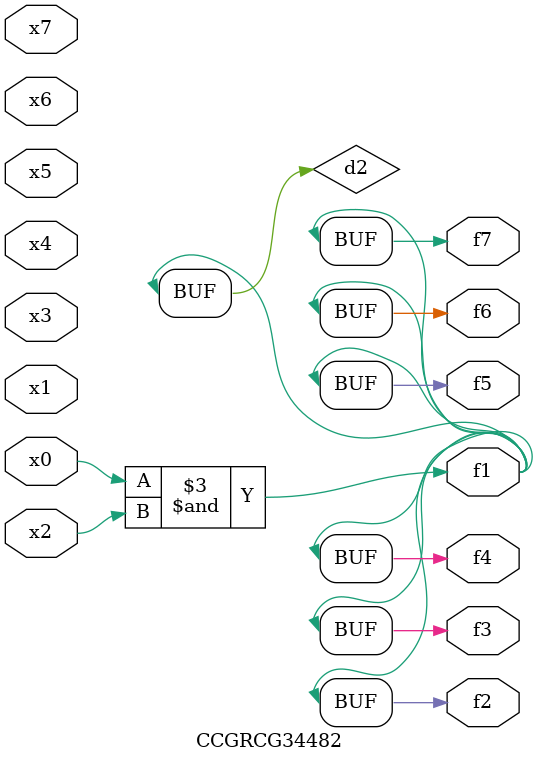
<source format=v>
module CCGRCG34482(
	input x0, x1, x2, x3, x4, x5, x6, x7,
	output f1, f2, f3, f4, f5, f6, f7
);

	wire d1, d2;

	nor (d1, x3, x6);
	and (d2, x0, x2);
	assign f1 = d2;
	assign f2 = d2;
	assign f3 = d2;
	assign f4 = d2;
	assign f5 = d2;
	assign f6 = d2;
	assign f7 = d2;
endmodule

</source>
